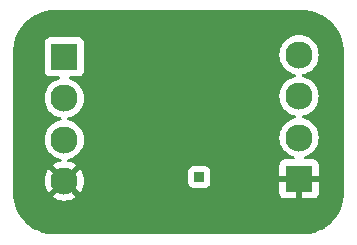
<source format=gbr>
%TF.GenerationSoftware,KiCad,Pcbnew,(6.0.11)*%
%TF.CreationDate,2023-02-13T21:24:02+05:30*%
%TF.ProjectId,charg,63686172-672e-46b6-9963-61645f706362,rev?*%
%TF.SameCoordinates,Original*%
%TF.FileFunction,Copper,L2,Bot*%
%TF.FilePolarity,Positive*%
%FSLAX46Y46*%
G04 Gerber Fmt 4.6, Leading zero omitted, Abs format (unit mm)*
G04 Created by KiCad (PCBNEW (6.0.11)) date 2023-02-13 21:24:02*
%MOMM*%
%LPD*%
G01*
G04 APERTURE LIST*
%TA.AperFunction,ComponentPad*%
%ADD10R,2.300000X2.300000*%
%TD*%
%TA.AperFunction,ComponentPad*%
%ADD11C,2.300000*%
%TD*%
%TA.AperFunction,ComponentPad*%
%ADD12R,0.850000X0.850000*%
%TD*%
%TA.AperFunction,ViaPad*%
%ADD13C,0.600000*%
%TD*%
%TA.AperFunction,ViaPad*%
%ADD14C,0.800000*%
%TD*%
G04 APERTURE END LIST*
D10*
%TO.P,J1,1,Pin_1*%
%TO.N,Net-(C1-Pad1)*%
X138430000Y-54610000D03*
D11*
%TO.P,J1,2,Pin_2*%
%TO.N,Net-(C2-Pad1)*%
X138430000Y-58110000D03*
%TO.P,J1,3,Pin_3*%
%TO.N,Net-(IC2-Pad3)*%
X138430000Y-61610000D03*
%TO.P,J1,4,Pin_4*%
%TO.N,Earth*%
X138430000Y-65110000D03*
%TD*%
D10*
%TO.P,J2,1,Pin_1*%
%TO.N,Earth*%
X158300000Y-64940000D03*
D11*
%TO.P,J2,2,Pin_2*%
%TO.N,Net-(IC2-Pad7)*%
X158300000Y-61440000D03*
%TO.P,J2,3,Pin_3*%
%TO.N,Net-(C5-Pad1)*%
X158300000Y-57940000D03*
%TO.P,J2,4,Pin_4*%
%TO.N,Net-(C3-Pad1)*%
X158300000Y-54440000D03*
%TD*%
D12*
%TO.P,J4,1,Pin_1*%
%TO.N,Net-(IC2-Pad6)*%
X149860000Y-64770000D03*
%TD*%
D13*
%TO.N,Earth*%
X149036000Y-61276000D03*
X148082000Y-61214000D03*
X148966000Y-60574000D03*
X148082000Y-60452000D03*
D14*
X143510000Y-57150000D03*
X154305000Y-62230000D03*
X143510000Y-63500000D03*
X153035000Y-65405000D03*
%TD*%
%TA.AperFunction,Conductor*%
%TO.N,Earth*%
G36*
X158560018Y-50660000D02*
G01*
X158574852Y-50662310D01*
X158574855Y-50662310D01*
X158583724Y-50663691D01*
X158592627Y-50662527D01*
X158592628Y-50662527D01*
X158603076Y-50661161D01*
X158625594Y-50660249D01*
X158926051Y-50675010D01*
X158938345Y-50676221D01*
X159265034Y-50724680D01*
X159277156Y-50727090D01*
X159371196Y-50750646D01*
X159597523Y-50807339D01*
X159609355Y-50810928D01*
X159920311Y-50922190D01*
X159931735Y-50926922D01*
X159999500Y-50958972D01*
X160230292Y-51068128D01*
X160241188Y-51073953D01*
X160382101Y-51158412D01*
X160524467Y-51243744D01*
X160534748Y-51250614D01*
X160800017Y-51447350D01*
X160809556Y-51455177D01*
X161054282Y-51676985D01*
X161063015Y-51685718D01*
X161284823Y-51930444D01*
X161292650Y-51939983D01*
X161436901Y-52134483D01*
X161489386Y-52205252D01*
X161496256Y-52215533D01*
X161666045Y-52498807D01*
X161671874Y-52509712D01*
X161813078Y-52808265D01*
X161817810Y-52819689D01*
X161929072Y-53130645D01*
X161932661Y-53142477D01*
X162012909Y-53462841D01*
X162015320Y-53474966D01*
X162046436Y-53684729D01*
X162063779Y-53801650D01*
X162064990Y-53813949D01*
X162070728Y-53930723D01*
X162079390Y-54107034D01*
X162078042Y-54132598D01*
X162076309Y-54143724D01*
X162077474Y-54152630D01*
X162080436Y-54175283D01*
X162081500Y-54191621D01*
X162081500Y-66100633D01*
X162080000Y-66120018D01*
X162077719Y-66134669D01*
X162076309Y-66143724D01*
X162077473Y-66152627D01*
X162077473Y-66152628D01*
X162078839Y-66163076D01*
X162079751Y-66185594D01*
X162066333Y-66458735D01*
X162064991Y-66486045D01*
X162063779Y-66498345D01*
X162048997Y-66598000D01*
X162015321Y-66825031D01*
X162012909Y-66837159D01*
X161932661Y-67157523D01*
X161929072Y-67169355D01*
X161817810Y-67480311D01*
X161813078Y-67491735D01*
X161671874Y-67790288D01*
X161666045Y-67801193D01*
X161496256Y-68084467D01*
X161489386Y-68094748D01*
X161292650Y-68360017D01*
X161284823Y-68369556D01*
X161063020Y-68614277D01*
X161054282Y-68623015D01*
X160809556Y-68844823D01*
X160800017Y-68852650D01*
X160605517Y-68996901D01*
X160534748Y-69049386D01*
X160524467Y-69056256D01*
X160382101Y-69141588D01*
X160241188Y-69226047D01*
X160230292Y-69231872D01*
X160095870Y-69295448D01*
X159931735Y-69373078D01*
X159920311Y-69377810D01*
X159609355Y-69489072D01*
X159597523Y-69492661D01*
X159371196Y-69549354D01*
X159277156Y-69572910D01*
X159265034Y-69575320D01*
X158938345Y-69623779D01*
X158926051Y-69624990D01*
X158632961Y-69639390D01*
X158607402Y-69638042D01*
X158596276Y-69636309D01*
X158564714Y-69640436D01*
X158548379Y-69641500D01*
X137639367Y-69641500D01*
X137619982Y-69640000D01*
X137605148Y-69637690D01*
X137605145Y-69637690D01*
X137596276Y-69636309D01*
X137587373Y-69637473D01*
X137587372Y-69637473D01*
X137576924Y-69638839D01*
X137554406Y-69639751D01*
X137253949Y-69624990D01*
X137241655Y-69623779D01*
X136914966Y-69575320D01*
X136902844Y-69572910D01*
X136808804Y-69549354D01*
X136582477Y-69492661D01*
X136570645Y-69489072D01*
X136259689Y-69377810D01*
X136248265Y-69373078D01*
X136084130Y-69295448D01*
X135949708Y-69231872D01*
X135938812Y-69226047D01*
X135797899Y-69141588D01*
X135655533Y-69056256D01*
X135645252Y-69049386D01*
X135574483Y-68996901D01*
X135379983Y-68852650D01*
X135370444Y-68844823D01*
X135125718Y-68623015D01*
X135116980Y-68614277D01*
X134895177Y-68369556D01*
X134887350Y-68360017D01*
X134690614Y-68094748D01*
X134683744Y-68084467D01*
X134513955Y-67801193D01*
X134508126Y-67790288D01*
X134366922Y-67491735D01*
X134362190Y-67480311D01*
X134250928Y-67169355D01*
X134247339Y-67157523D01*
X134167091Y-66837159D01*
X134164679Y-66825031D01*
X134144625Y-66689834D01*
X134116220Y-66498343D01*
X134115009Y-66486045D01*
X134113668Y-66458735D01*
X134113347Y-66452204D01*
X137453151Y-66452204D01*
X137457720Y-66458735D01*
X137670736Y-66589271D01*
X137679530Y-66593752D01*
X137911492Y-66689834D01*
X137920877Y-66692883D01*
X138165017Y-66751496D01*
X138174764Y-66753039D01*
X138425070Y-66772739D01*
X138434930Y-66772739D01*
X138685236Y-66753039D01*
X138694983Y-66751496D01*
X138939123Y-66692883D01*
X138948508Y-66689834D01*
X139180470Y-66593752D01*
X139189264Y-66589271D01*
X139400875Y-66459596D01*
X139406922Y-66450330D01*
X139400915Y-66440125D01*
X139095459Y-66134669D01*
X156642001Y-66134669D01*
X156642371Y-66141490D01*
X156647895Y-66192352D01*
X156651521Y-66207604D01*
X156696676Y-66328054D01*
X156705214Y-66343649D01*
X156781715Y-66445724D01*
X156794276Y-66458285D01*
X156896351Y-66534786D01*
X156911946Y-66543324D01*
X157032394Y-66588478D01*
X157047649Y-66592105D01*
X157098514Y-66597631D01*
X157105328Y-66598000D01*
X158027885Y-66598000D01*
X158043124Y-66593525D01*
X158044329Y-66592135D01*
X158046000Y-66584452D01*
X158046000Y-66579884D01*
X158554000Y-66579884D01*
X158558475Y-66595123D01*
X158559865Y-66596328D01*
X158567548Y-66597999D01*
X159494669Y-66597999D01*
X159501490Y-66597629D01*
X159552352Y-66592105D01*
X159567604Y-66588479D01*
X159688054Y-66543324D01*
X159703649Y-66534786D01*
X159805724Y-66458285D01*
X159818285Y-66445724D01*
X159894786Y-66343649D01*
X159903324Y-66328054D01*
X159948478Y-66207606D01*
X159952105Y-66192351D01*
X159957631Y-66141486D01*
X159958000Y-66134672D01*
X159958000Y-65212115D01*
X159953525Y-65196876D01*
X159952135Y-65195671D01*
X159944452Y-65194000D01*
X158572115Y-65194000D01*
X158556876Y-65198475D01*
X158555671Y-65199865D01*
X158554000Y-65207548D01*
X158554000Y-66579884D01*
X158046000Y-66579884D01*
X158046000Y-65212115D01*
X158041525Y-65196876D01*
X158040135Y-65195671D01*
X158032452Y-65194000D01*
X156660116Y-65194000D01*
X156644877Y-65198475D01*
X156643672Y-65199865D01*
X156642001Y-65207548D01*
X156642001Y-66134669D01*
X139095459Y-66134669D01*
X138442812Y-65482022D01*
X138428868Y-65474408D01*
X138427035Y-65474539D01*
X138420420Y-65478790D01*
X137460544Y-66438666D01*
X137453151Y-66452204D01*
X134113347Y-66452204D01*
X134101331Y-66207606D01*
X134100795Y-66196695D01*
X134102387Y-66169619D01*
X134103576Y-66162552D01*
X134103729Y-66150000D01*
X134099773Y-66122376D01*
X134098500Y-66104514D01*
X134098500Y-65114930D01*
X136767261Y-65114930D01*
X136786961Y-65365236D01*
X136788504Y-65374983D01*
X136847117Y-65619123D01*
X136850166Y-65628508D01*
X136946248Y-65860470D01*
X136950729Y-65869264D01*
X137080404Y-66080875D01*
X137089670Y-66086922D01*
X137099875Y-66080915D01*
X138057978Y-65122812D01*
X138064356Y-65111132D01*
X138794408Y-65111132D01*
X138794539Y-65112965D01*
X138798790Y-65119580D01*
X139758666Y-66079456D01*
X139772204Y-66086849D01*
X139778735Y-66082280D01*
X139909271Y-65869264D01*
X139913752Y-65860470D01*
X140009834Y-65628508D01*
X140012883Y-65619123D01*
X140071496Y-65374983D01*
X140073039Y-65365236D01*
X140082649Y-65243134D01*
X148926500Y-65243134D01*
X148933255Y-65305316D01*
X148984385Y-65441705D01*
X149071739Y-65558261D01*
X149188295Y-65645615D01*
X149324684Y-65696745D01*
X149386866Y-65703500D01*
X150333134Y-65703500D01*
X150395316Y-65696745D01*
X150531705Y-65645615D01*
X150648261Y-65558261D01*
X150735615Y-65441705D01*
X150786745Y-65305316D01*
X150793500Y-65243134D01*
X150793500Y-64296866D01*
X150786745Y-64234684D01*
X150735615Y-64098295D01*
X150648261Y-63981739D01*
X150531705Y-63894385D01*
X150395316Y-63843255D01*
X150333134Y-63836500D01*
X149386866Y-63836500D01*
X149324684Y-63843255D01*
X149188295Y-63894385D01*
X149071739Y-63981739D01*
X148984385Y-64098295D01*
X148933255Y-64234684D01*
X148926500Y-64296866D01*
X148926500Y-65243134D01*
X140082649Y-65243134D01*
X140092739Y-65114930D01*
X140092739Y-65105070D01*
X140073039Y-64854764D01*
X140071496Y-64845017D01*
X140012883Y-64600877D01*
X140009834Y-64591492D01*
X139913752Y-64359530D01*
X139909271Y-64350736D01*
X139779596Y-64139125D01*
X139770330Y-64133078D01*
X139760125Y-64139085D01*
X138802022Y-65097188D01*
X138794408Y-65111132D01*
X138064356Y-65111132D01*
X138065592Y-65108868D01*
X138065461Y-65107035D01*
X138061210Y-65100420D01*
X137101334Y-64140544D01*
X137087796Y-64133151D01*
X137081265Y-64137720D01*
X136950729Y-64350736D01*
X136946248Y-64359530D01*
X136850166Y-64591492D01*
X136847117Y-64600877D01*
X136788504Y-64845017D01*
X136786961Y-64854764D01*
X136767261Y-65105070D01*
X136767261Y-65114930D01*
X134098500Y-65114930D01*
X134098500Y-61610000D01*
X136766372Y-61610000D01*
X136786854Y-61870249D01*
X136788008Y-61875056D01*
X136788009Y-61875062D01*
X136805827Y-61949277D01*
X136847796Y-62124089D01*
X136849689Y-62128660D01*
X136849690Y-62128662D01*
X136879029Y-62199491D01*
X136947697Y-62365271D01*
X137084097Y-62587856D01*
X137253637Y-62786363D01*
X137452144Y-62955903D01*
X137674729Y-63092303D01*
X137679299Y-63094196D01*
X137679303Y-63094198D01*
X137785215Y-63138068D01*
X137915911Y-63192204D01*
X138048948Y-63224144D01*
X138105572Y-63237738D01*
X138167141Y-63273090D01*
X138199824Y-63336117D01*
X138193243Y-63406808D01*
X138149489Y-63462719D01*
X138105572Y-63482776D01*
X137920877Y-63527117D01*
X137911492Y-63530166D01*
X137679530Y-63626248D01*
X137670736Y-63630729D01*
X137459125Y-63760404D01*
X137453078Y-63769670D01*
X137459085Y-63779875D01*
X138417188Y-64737978D01*
X138431132Y-64745592D01*
X138432965Y-64745461D01*
X138439580Y-64741210D01*
X139399456Y-63781334D01*
X139406849Y-63767796D01*
X139402280Y-63761265D01*
X139189264Y-63630729D01*
X139180470Y-63626248D01*
X138948508Y-63530166D01*
X138939123Y-63527117D01*
X138754428Y-63482776D01*
X138692859Y-63447424D01*
X138660176Y-63384397D01*
X138666756Y-63313706D01*
X138710510Y-63257795D01*
X138754428Y-63237738D01*
X138811052Y-63224144D01*
X138944089Y-63192204D01*
X139074785Y-63138068D01*
X139180697Y-63094198D01*
X139180701Y-63094196D01*
X139185271Y-63092303D01*
X139407856Y-62955903D01*
X139606363Y-62786363D01*
X139775903Y-62587856D01*
X139912303Y-62365271D01*
X139980972Y-62199491D01*
X140010310Y-62128662D01*
X140010311Y-62128660D01*
X140012204Y-62124089D01*
X140054173Y-61949277D01*
X140071991Y-61875062D01*
X140071992Y-61875056D01*
X140073146Y-61870249D01*
X140093628Y-61610000D01*
X140080249Y-61440000D01*
X156636372Y-61440000D01*
X156656854Y-61700249D01*
X156658008Y-61705056D01*
X156658009Y-61705062D01*
X156696424Y-61865069D01*
X156717796Y-61954089D01*
X156719689Y-61958660D01*
X156719690Y-61958662D01*
X156790107Y-62128662D01*
X156817697Y-62195271D01*
X156954097Y-62417856D01*
X157123637Y-62616363D01*
X157322144Y-62785903D01*
X157544729Y-62922303D01*
X157549299Y-62924196D01*
X157549303Y-62924198D01*
X157781338Y-63020310D01*
X157785911Y-63022204D01*
X157790725Y-63023360D01*
X157790732Y-63023362D01*
X157832887Y-63033483D01*
X157894456Y-63068835D01*
X157927138Y-63131862D01*
X157920557Y-63202553D01*
X157876803Y-63258464D01*
X157803472Y-63282001D01*
X157105331Y-63282001D01*
X157098510Y-63282371D01*
X157047648Y-63287895D01*
X157032396Y-63291521D01*
X156911946Y-63336676D01*
X156896351Y-63345214D01*
X156794276Y-63421715D01*
X156781715Y-63434276D01*
X156705214Y-63536351D01*
X156696676Y-63551946D01*
X156651522Y-63672394D01*
X156647895Y-63687649D01*
X156642369Y-63738514D01*
X156642000Y-63745328D01*
X156642000Y-64667885D01*
X156646475Y-64683124D01*
X156647865Y-64684329D01*
X156655548Y-64686000D01*
X159939884Y-64686000D01*
X159955123Y-64681525D01*
X159956328Y-64680135D01*
X159957999Y-64672452D01*
X159957999Y-63745331D01*
X159957629Y-63738510D01*
X159952105Y-63687648D01*
X159948479Y-63672396D01*
X159903324Y-63551946D01*
X159894786Y-63536351D01*
X159818285Y-63434276D01*
X159805724Y-63421715D01*
X159703649Y-63345214D01*
X159688054Y-63336676D01*
X159567606Y-63291522D01*
X159552351Y-63287895D01*
X159501486Y-63282369D01*
X159494672Y-63282000D01*
X158796530Y-63282000D01*
X158728409Y-63261998D01*
X158681916Y-63208342D01*
X158671812Y-63138068D01*
X158701306Y-63073488D01*
X158767115Y-63033481D01*
X158814089Y-63022204D01*
X158818662Y-63020310D01*
X159050697Y-62924198D01*
X159050701Y-62924196D01*
X159055271Y-62922303D01*
X159277856Y-62785903D01*
X159476363Y-62616363D01*
X159645903Y-62417856D01*
X159782303Y-62195271D01*
X159809894Y-62128662D01*
X159880310Y-61958662D01*
X159880311Y-61958660D01*
X159882204Y-61954089D01*
X159903576Y-61865069D01*
X159941991Y-61705062D01*
X159941992Y-61705056D01*
X159943146Y-61700249D01*
X159963628Y-61440000D01*
X159943146Y-61179751D01*
X159941992Y-61174944D01*
X159941991Y-61174938D01*
X159883359Y-60930723D01*
X159882204Y-60925911D01*
X159854614Y-60859303D01*
X159784198Y-60689303D01*
X159784196Y-60689299D01*
X159782303Y-60684729D01*
X159645903Y-60462144D01*
X159476363Y-60263637D01*
X159277856Y-60094097D01*
X159055271Y-59957697D01*
X159050701Y-59955804D01*
X159050697Y-59955802D01*
X158818662Y-59859690D01*
X158818660Y-59859689D01*
X158814089Y-59857796D01*
X158625498Y-59812519D01*
X158563929Y-59777167D01*
X158531246Y-59714140D01*
X158537827Y-59643449D01*
X158581581Y-59587538D01*
X158625498Y-59567481D01*
X158628062Y-59566865D01*
X158814089Y-59522204D01*
X158818662Y-59520310D01*
X159050697Y-59424198D01*
X159050701Y-59424196D01*
X159055271Y-59422303D01*
X159277856Y-59285903D01*
X159476363Y-59116363D01*
X159645903Y-58917856D01*
X159782303Y-58695271D01*
X159809894Y-58628662D01*
X159880310Y-58458662D01*
X159880311Y-58458660D01*
X159882204Y-58454089D01*
X159903576Y-58365069D01*
X159941991Y-58205062D01*
X159941992Y-58205056D01*
X159943146Y-58200249D01*
X159963628Y-57940000D01*
X159943146Y-57679751D01*
X159941992Y-57674944D01*
X159941991Y-57674938D01*
X159883359Y-57430723D01*
X159882204Y-57425911D01*
X159854614Y-57359303D01*
X159784198Y-57189303D01*
X159784196Y-57189299D01*
X159782303Y-57184729D01*
X159645903Y-56962144D01*
X159476363Y-56763637D01*
X159277856Y-56594097D01*
X159055271Y-56457697D01*
X159050701Y-56455804D01*
X159050697Y-56455802D01*
X158818662Y-56359690D01*
X158818660Y-56359689D01*
X158814089Y-56357796D01*
X158625498Y-56312519D01*
X158563929Y-56277167D01*
X158531246Y-56214140D01*
X158537827Y-56143449D01*
X158581581Y-56087538D01*
X158625498Y-56067481D01*
X158628062Y-56066865D01*
X158814089Y-56022204D01*
X158818662Y-56020310D01*
X159050697Y-55924198D01*
X159050701Y-55924196D01*
X159055271Y-55922303D01*
X159277856Y-55785903D01*
X159476363Y-55616363D01*
X159645903Y-55417856D01*
X159782303Y-55195271D01*
X159882204Y-54954089D01*
X159903576Y-54865069D01*
X159941991Y-54705062D01*
X159941992Y-54705056D01*
X159943146Y-54700249D01*
X159963628Y-54440000D01*
X159943146Y-54179751D01*
X159941992Y-54174944D01*
X159941991Y-54174938D01*
X159883359Y-53930723D01*
X159882204Y-53925911D01*
X159880310Y-53921338D01*
X159784198Y-53689303D01*
X159784196Y-53689299D01*
X159782303Y-53684729D01*
X159645903Y-53462144D01*
X159476363Y-53263637D01*
X159277856Y-53094097D01*
X159055271Y-52957697D01*
X159050701Y-52955804D01*
X159050697Y-52955802D01*
X158818662Y-52859690D01*
X158818660Y-52859689D01*
X158814089Y-52857796D01*
X158725069Y-52836424D01*
X158565062Y-52798009D01*
X158565056Y-52798008D01*
X158560249Y-52796854D01*
X158300000Y-52776372D01*
X158039751Y-52796854D01*
X158034944Y-52798008D01*
X158034938Y-52798009D01*
X157874931Y-52836424D01*
X157785911Y-52857796D01*
X157781340Y-52859689D01*
X157781338Y-52859690D01*
X157549303Y-52955802D01*
X157549299Y-52955804D01*
X157544729Y-52957697D01*
X157322144Y-53094097D01*
X157123637Y-53263637D01*
X156954097Y-53462144D01*
X156817697Y-53684729D01*
X156815804Y-53689299D01*
X156815802Y-53689303D01*
X156719690Y-53921338D01*
X156717796Y-53925911D01*
X156716641Y-53930723D01*
X156658009Y-54174938D01*
X156658008Y-54174944D01*
X156656854Y-54179751D01*
X156636372Y-54440000D01*
X156656854Y-54700249D01*
X156658008Y-54705056D01*
X156658009Y-54705062D01*
X156696424Y-54865069D01*
X156717796Y-54954089D01*
X156817697Y-55195271D01*
X156954097Y-55417856D01*
X157123637Y-55616363D01*
X157322144Y-55785903D01*
X157544729Y-55922303D01*
X157549299Y-55924196D01*
X157549303Y-55924198D01*
X157781338Y-56020310D01*
X157785911Y-56022204D01*
X157971938Y-56066865D01*
X157974502Y-56067481D01*
X158036071Y-56102833D01*
X158068754Y-56165860D01*
X158062173Y-56236551D01*
X158018419Y-56292462D01*
X157974502Y-56312519D01*
X157785911Y-56357796D01*
X157781340Y-56359689D01*
X157781338Y-56359690D01*
X157549303Y-56455802D01*
X157549299Y-56455804D01*
X157544729Y-56457697D01*
X157322144Y-56594097D01*
X157123637Y-56763637D01*
X156954097Y-56962144D01*
X156817697Y-57184729D01*
X156815804Y-57189299D01*
X156815802Y-57189303D01*
X156745386Y-57359303D01*
X156717796Y-57425911D01*
X156716641Y-57430723D01*
X156658009Y-57674938D01*
X156658008Y-57674944D01*
X156656854Y-57679751D01*
X156636372Y-57940000D01*
X156656854Y-58200249D01*
X156658008Y-58205056D01*
X156658009Y-58205062D01*
X156696424Y-58365069D01*
X156717796Y-58454089D01*
X156719689Y-58458660D01*
X156719690Y-58458662D01*
X156790107Y-58628662D01*
X156817697Y-58695271D01*
X156954097Y-58917856D01*
X157123637Y-59116363D01*
X157322144Y-59285903D01*
X157544729Y-59422303D01*
X157549299Y-59424196D01*
X157549303Y-59424198D01*
X157781338Y-59520310D01*
X157785911Y-59522204D01*
X157971938Y-59566865D01*
X157974502Y-59567481D01*
X158036071Y-59602833D01*
X158068754Y-59665860D01*
X158062173Y-59736551D01*
X158018419Y-59792462D01*
X157974502Y-59812519D01*
X157785911Y-59857796D01*
X157781340Y-59859689D01*
X157781338Y-59859690D01*
X157549303Y-59955802D01*
X157549299Y-59955804D01*
X157544729Y-59957697D01*
X157322144Y-60094097D01*
X157123637Y-60263637D01*
X156954097Y-60462144D01*
X156817697Y-60684729D01*
X156815804Y-60689299D01*
X156815802Y-60689303D01*
X156745386Y-60859303D01*
X156717796Y-60925911D01*
X156716641Y-60930723D01*
X156658009Y-61174938D01*
X156658008Y-61174944D01*
X156656854Y-61179751D01*
X156636372Y-61440000D01*
X140080249Y-61440000D01*
X140073146Y-61349751D01*
X140071992Y-61344944D01*
X140071991Y-61344938D01*
X140013359Y-61100723D01*
X140012204Y-61095911D01*
X139941788Y-60925911D01*
X139914198Y-60859303D01*
X139914196Y-60859299D01*
X139912303Y-60854729D01*
X139775903Y-60632144D01*
X139606363Y-60433637D01*
X139407856Y-60264097D01*
X139185271Y-60127697D01*
X139180701Y-60125804D01*
X139180697Y-60125802D01*
X138948662Y-60029690D01*
X138948660Y-60029689D01*
X138944089Y-60027796D01*
X138755498Y-59982519D01*
X138693929Y-59947167D01*
X138661246Y-59884140D01*
X138667827Y-59813449D01*
X138711581Y-59757538D01*
X138755498Y-59737481D01*
X138759372Y-59736551D01*
X138944089Y-59692204D01*
X138948662Y-59690310D01*
X139180697Y-59594198D01*
X139180701Y-59594196D01*
X139185271Y-59592303D01*
X139407856Y-59455903D01*
X139606363Y-59286363D01*
X139775903Y-59087856D01*
X139912303Y-58865271D01*
X139980972Y-58699491D01*
X140010310Y-58628662D01*
X140010311Y-58628660D01*
X140012204Y-58624089D01*
X140054173Y-58449277D01*
X140071991Y-58375062D01*
X140071992Y-58375056D01*
X140073146Y-58370249D01*
X140093628Y-58110000D01*
X140073146Y-57849751D01*
X140071992Y-57844944D01*
X140071991Y-57844938D01*
X140013359Y-57600723D01*
X140012204Y-57595911D01*
X139941788Y-57425911D01*
X139914198Y-57359303D01*
X139914196Y-57359299D01*
X139912303Y-57354729D01*
X139775903Y-57132144D01*
X139606363Y-56933637D01*
X139407856Y-56764097D01*
X139185271Y-56627697D01*
X139180701Y-56625804D01*
X139180697Y-56625802D01*
X138948662Y-56529690D01*
X138948660Y-56529689D01*
X138944089Y-56527796D01*
X138899200Y-56517019D01*
X138837631Y-56481667D01*
X138804948Y-56418640D01*
X138811529Y-56347949D01*
X138855283Y-56292038D01*
X138928614Y-56268500D01*
X139628134Y-56268500D01*
X139690316Y-56261745D01*
X139826705Y-56210615D01*
X139943261Y-56123261D01*
X140030615Y-56006705D01*
X140081745Y-55870316D01*
X140088500Y-55808134D01*
X140088500Y-53411866D01*
X140081745Y-53349684D01*
X140030615Y-53213295D01*
X139943261Y-53096739D01*
X139826705Y-53009385D01*
X139690316Y-52958255D01*
X139628134Y-52951500D01*
X137231866Y-52951500D01*
X137169684Y-52958255D01*
X137033295Y-53009385D01*
X136916739Y-53096739D01*
X136829385Y-53213295D01*
X136778255Y-53349684D01*
X136771500Y-53411866D01*
X136771500Y-55808134D01*
X136778255Y-55870316D01*
X136829385Y-56006705D01*
X136916739Y-56123261D01*
X137033295Y-56210615D01*
X137169684Y-56261745D01*
X137231866Y-56268500D01*
X137931386Y-56268500D01*
X137999507Y-56288502D01*
X138046000Y-56342158D01*
X138056104Y-56412432D01*
X138026610Y-56477012D01*
X137960800Y-56517019D01*
X137915911Y-56527796D01*
X137911340Y-56529689D01*
X137911338Y-56529690D01*
X137679303Y-56625802D01*
X137679299Y-56625804D01*
X137674729Y-56627697D01*
X137452144Y-56764097D01*
X137253637Y-56933637D01*
X137084097Y-57132144D01*
X136947697Y-57354729D01*
X136945804Y-57359299D01*
X136945802Y-57359303D01*
X136918212Y-57425911D01*
X136847796Y-57595911D01*
X136846641Y-57600723D01*
X136788009Y-57844938D01*
X136788008Y-57844944D01*
X136786854Y-57849751D01*
X136766372Y-58110000D01*
X136786854Y-58370249D01*
X136788008Y-58375056D01*
X136788009Y-58375062D01*
X136805827Y-58449277D01*
X136847796Y-58624089D01*
X136849689Y-58628660D01*
X136849690Y-58628662D01*
X136879029Y-58699491D01*
X136947697Y-58865271D01*
X137084097Y-59087856D01*
X137253637Y-59286363D01*
X137452144Y-59455903D01*
X137674729Y-59592303D01*
X137679299Y-59594196D01*
X137679303Y-59594198D01*
X137911338Y-59690310D01*
X137915911Y-59692204D01*
X138100628Y-59736551D01*
X138104502Y-59737481D01*
X138166071Y-59772833D01*
X138198754Y-59835860D01*
X138192173Y-59906551D01*
X138148419Y-59962462D01*
X138104502Y-59982519D01*
X137915911Y-60027796D01*
X137911340Y-60029689D01*
X137911338Y-60029690D01*
X137679303Y-60125802D01*
X137679299Y-60125804D01*
X137674729Y-60127697D01*
X137452144Y-60264097D01*
X137253637Y-60433637D01*
X137084097Y-60632144D01*
X136947697Y-60854729D01*
X136945804Y-60859299D01*
X136945802Y-60859303D01*
X136918212Y-60925911D01*
X136847796Y-61095911D01*
X136846641Y-61100723D01*
X136788009Y-61344938D01*
X136788008Y-61344944D01*
X136786854Y-61349751D01*
X136766372Y-61610000D01*
X134098500Y-61610000D01*
X134098500Y-54203250D01*
X134100246Y-54182345D01*
X134102770Y-54167344D01*
X134102770Y-54167341D01*
X134103576Y-54162552D01*
X134103729Y-54150000D01*
X134103040Y-54145185D01*
X134103039Y-54145177D01*
X134101550Y-54134781D01*
X134100429Y-54110735D01*
X134115009Y-53813955D01*
X134116221Y-53801650D01*
X134133565Y-53684729D01*
X134164680Y-53474966D01*
X134167091Y-53462841D01*
X134247339Y-53142477D01*
X134250928Y-53130645D01*
X134362190Y-52819689D01*
X134366922Y-52808265D01*
X134508126Y-52509712D01*
X134513955Y-52498807D01*
X134683744Y-52215533D01*
X134690614Y-52205252D01*
X134743099Y-52134483D01*
X134887350Y-51939983D01*
X134895177Y-51930444D01*
X135116985Y-51685718D01*
X135125718Y-51676985D01*
X135370444Y-51455177D01*
X135379983Y-51447350D01*
X135645252Y-51250614D01*
X135655533Y-51243744D01*
X135797899Y-51158412D01*
X135938812Y-51073953D01*
X135949708Y-51068128D01*
X136180500Y-50958972D01*
X136248265Y-50926922D01*
X136259689Y-50922190D01*
X136570645Y-50810928D01*
X136582477Y-50807339D01*
X136808804Y-50750646D01*
X136902844Y-50727090D01*
X136914966Y-50724680D01*
X137241655Y-50676221D01*
X137253949Y-50675010D01*
X137547039Y-50660610D01*
X137572598Y-50661958D01*
X137583724Y-50663691D01*
X137615286Y-50659564D01*
X137631621Y-50658500D01*
X158540633Y-50658500D01*
X158560018Y-50660000D01*
G37*
%TD.AperFunction*%
%TD*%
M02*

</source>
